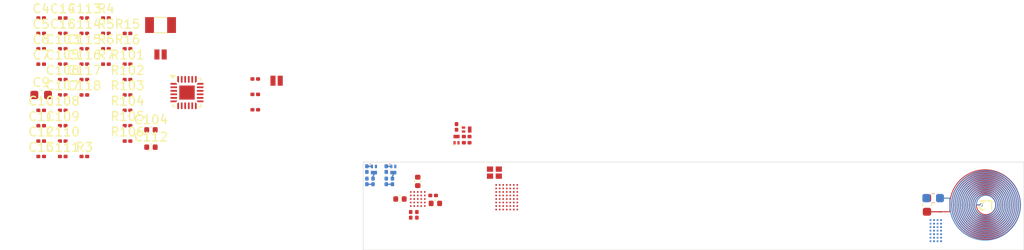
<source format=kicad_pcb>
(kicad_pcb (version 20240108) (generator "pcbnew") (generator_version "8.0")
  (title_block (title "ZSRing v1") (date "2024-10-23") (rev "1") (company "github.com/..."))
  (layers (0 "F.Cu" signal) (31 "B.Cu" signal) (34 "B.Paste" user) (35 "F.Paste" user) (36 "B.SilkS" user "B.Silkscreen") (37 "F.SilkS" user "F.Silkscreen") (38 "B.Mask" user) (39 "F.Mask" user) (44 "Edge.Cuts" user))
  (net 0 "")
  (net 1 "Net-(C1-Pad1)")
  (net 2 "GND")
  (net 3 "Net-(IC1-DEC)")
  (net 4 "+1V8")
  (net 5 "Net-(C13-Pad2)")
  (net 6 "Net-(IC3-COMM1)")
  (net 7 "Net-(IC3-BOOT1)")
  (net 8 "Net-(C8-Pad2)")
  (net 9 "Net-(C10-Pad2)")
  (net 10 "Net-(IC3-BOOT2)")
  (net 11 "Net-(IC3-COMM2)")
  (net 12 "Net-(IC3-CLAMP2)")
  (net 13 "Net-(IC3-CLAMP1)")
  (net 14 "Net-(C14-Pad1)")
  (net 15 "Net-(C15-Pad1)")
  (net 16 "Net-(IC102-DEC1)")
  (net 17 "Net-(IC102-DEC3)")
  (net 18 "Net-(IC102-DEC2)")
  (net 19 "Net-(C108-Pad2)")
  (net 20 "/~{RESET}")
  (net 21 "Net-(IC103-VCore)")
  (net 22 "/V_LED")
  (net 23 "Net-(IC104-VREF)")
  (net 24 "Net-(IC104-VLDO)")
  (net 25 "Net-(IC102-P0.00{slash}XL1)")
  (net 26 "Net-(IC102-P0.01{slash}XL2)")
  (net 27 "Net-(IC102-XC1)")
  (net 28 "Net-(IC102-XC2)")
  (net 29 "Net-(D1-K)")
  (net 30 "Net-(D1-A)")
  (net 31 "Net-(D2-A)")
  (net 32 "Net-(D2-K)")
  (net 34 "Net-(IC1-ICHG)")
  (net 35 "Net-(IC1-NTC)")
  (net 36 "/Error")
  (net 37 "/VBAT")
  (net 38 "Net-(IC1-VOUTB)")
  (net 39 "/Charge")
  (net 46 "/Battery-Enable")
  (net 55 "/LED-Error")
  (net 56 "/Acc-Int")
  (net 61 "/LED-Status")
  (net 67 "/Battery")
  (net 72 "/MFIO")
  (net 73 "/SCL")
  (net 74 "Net-(IC103-SDA-Sensor)")
  (net 75 "/INT_ACC")
  (net 76 "/SDA")
  (net 77 "Net-(IC103-GPIO)")
  (net 78 "Net-(IC103-LDO-EN)")
  (net 79 "Net-(IC103-SCL-Sensor)")
  (net 80 "/INT_HR")
  (net 81 "Net-(IC103-ClockOut)")
  (net 82 "Net-(IC103-ClockIn)")
  (net 83 "Net-(R3-Pad2)")
  (net 84 "Net-(IC3-ILIM)")
  (net 85 "Net-(IC3-FOD)")
  (net 86 "Net-(IC3-TS-CTRL)")
  (net 87 "Net-(Q3-D)")
  (net 88 "Net-(Q4-S)")
  (net 89 "Net-(IC102-ANT)")
  (net 90 "Net-(AE1-A)")
  (net 91 "Net-(IC102-DEC4)")
  (net 92 "Net-(IC102-DCC)")
  (footprint "Capacitor_SMD:C_0201_0603Metric" (layer "F.Cu") (at 60.905 76.615)
    (property "Reference" "C110")
    (property "Value" "1u")
  )
  (footprint "Package_DFN_QFN:QFN-24-1EP_3x3mm_P0.4mm_EP1.75x1.6mm" (layer "F.Cu") (at 75.005 71.095)
    (property "Reference" "IC103" (hide yes))
    (property "Value" "MAX32664" (hide yes))
  )
  (footprint "Capacitor_SMD:C_0201_0603Metric" (layer "F.Cu") (at 60.905 71.365)
    (property "Reference" "C107")
    (property "Value" "100p")
  )
  (footprint "Capacitor_SMD:C_0201_0603Metric" (layer "F.Cu") (at 58.455 64.365)
    (property "Reference" "C5")
    (property "Value" "100n")
  )
  (footprint "Capacitor_SMD:C_0201_0603Metric" (layer "F.Cu") (at 82.755 73.05)
    (property "Reference" "C18" (hide yes))
    (property "Value" "1u" (hide yes))
  )
  (footprint "Resistor_SMD:R_0201_0603Metric" (layer "F.Cu") (at 68.255 73.115)
    (property "Reference" "R104")
    (property "Value" "4k7")
  )
  (footprint "Crystal_Kampi:ECS_ECX-1210" (layer "F.Cu") (at 85.18 69.745)
    (property "Reference" "Y1" (hide yes))
    (property "Value" "32kHz" (hide yes))
  )
  (footprint "Inductor_SMD:L_0201_0603Metric" (layer "F.Cu") (at 102.945 82.8 180)
    (property "Reference" "L1" (hide yes))
    (property "Value" "2u2" (hide yes))
  )
  (footprint "Capacitor_SMD:C_0201_0603Metric" (layer "F.Cu") (at 63.355 64.365)
    (property "Reference" "C114")
    (property "Value" "1u")
  )
  (footprint "Resistor_SMD:R_0201_0603Metric" (layer "F.Cu") (at 68.255 64.365)
    (property "Reference" "R15")
    (property "Value" "1k8")
  )
  (footprint "Capacitor_SMD:C_0201_0603Metric" (layer "F.Cu") (at 60.905 64.365)
    (property "Reference" "C15")
    (property "Value" "~")
  )
  (footprint "Capacitor_SMD:C_0201_0603Metric" (layer "F.Cu") (at 58.455 76.615)
    (property "Reference" "C12")
    (property "Value" "~")
  )
  (footprint "Capacitor_SMD:C_0201_0603Metric" (layer "F.Cu") (at 60.905 62.615)
    (property "Reference" "C14")
    (property "Value" "~")
  )
  (footprint "Capacitor_SMD:C_0402_1005Metric" (layer "F.Cu") (at 101.2 81.2 90)
    (property "Reference" "C2" (hide yes))
    (property "Value" "10u" (hide yes))
  )
  (footprint "Capacitor_SMD:C_0201_0603Metric" (layer "F.Cu") (at 58.455 73.115)
    (property "Reference" "C10")
    (property "Value" "~")
  )
  (footprint "Resistor_SMD:R_0201_0603Metric" (layer "F.Cu") (at 68.255 76.615)
    (property "Reference" "R106")
    (property "Value" "4k7")
  )
  (footprint "Capacitor_SMD:C_0201_0603Metric" (layer "F.Cu") (at 60.905 74.865)
    (property "Reference" "C109")
    (property "Value" "1u")
  )
  (footprint "Capacitor_SMD:C_0201_0603Metric" (layer "F.Cu") (at 63.355 71.365)
    (property "Reference" "C118")
    (property "Value" "12p")
  )
  (footprint "Resistor_SMD:R_0201_0603Metric" (layer "F.Cu") (at 68.255 66.115)
    (property "Reference" "R16")
    (property "Value" "1k8")
  )
  (footprint "Capacitor_SMD:C_0201_0603Metric" (layer "F.Cu") (at 58.455 66.115)
    (property "Reference" "C6")
    (property "Value" "~")
  )
  (footprint "Resistor_SMD:R_0201_0603Metric" (layer "F.Cu") (at 100.4 85 -90)
    (property "Reference" "R2" (hide yes))
    (property "Value" "10k" (hide yes))
  )
  (footprint "Capacitor_SMD:C_0201_0603Metric" (layer "F.Cu") (at 60.905 66.115)
    (property "Reference" "C103")
    (property "Value" "100n")
  )
  (footprint "Resistor_SMD:R_0201_0603Metric" (layer "F.Cu") (at 106.755 76.1)
    (property "Reference" "R13" (hide yes))
    (property "Value" "~" (hide yes))
  )
  (footprint "Resistor_SMD:R_0201_0603Metric" (layer "F.Cu") (at 105.6 75 -90)
    (property "Reference" "R12" (hide yes))
    (property "Value" "10k" (hide yes))
  )
  (footprint "Resistor_SMD:R_0201_0603Metric" (layer "F.Cu") (at 63.355 78.365)
    (property "Reference" "R3")
    (property "Value" "~")
  )
  (footprint "Capacitor_SMD:C_0201_0603Metric" (layer "F.Cu") (at 82.755 71.3)
    (property "Reference" "C17" (hide yes))
    (property "Value" "~" (hide yes))
  )
  (footprint "Capacitor_SMD:C_0402_1005Metric" (layer "F.Cu") (at 70.915 77.305)
    (property "Reference" "C112")
    (property "Value" "10u")
  )
  (footprint "Capacitor_SMD:C_0201_0603Metric" (layer "F.Cu") (at 60.905 67.865)
    (property "Reference" "C105")
    (property "Value" "100n")
  )
  (footprint "Capacitor_SMD:C_0603_1608Metric" (layer "F.Cu") (at 159 83.875 -90)
    (property "Reference" "C19" (hide yes))
    (property "Value" "1u8 / 50V" (hide yes))
  )
  (footprint "Crystal_Kampi:Diodes_US" (layer "F.Cu") (at 109.9 80.2)
    (property "Reference" "Y103" (hide yes))
    (property "Value" "32MHz" (hide yes))
  )
  (footprint "Capacitor_SMD:C_0201_0603Metric" (layer "F.Cu") (at 58.455 67.865)
    (property "Reference" "C7")
    (property "Value" "~")
  )
  (footprint "Resistor_SMD:R_0201_0603Metric" (layer "F.Cu") (at 65.805 62.615)
    (property "Reference" "R4")
    (property "Value" "~")
  )
  (footprint "Crystal:Crystal_SMD_3215-2Pin_3.2x1.5mm" (layer "F.Cu") (at 72.005 63.415)
    (property "Reference" "Y101" (hide yes))
    (property "Value" "32kHz" (hide yes))
  )
  (footprint "Capacitor_SMD:C_0201_0603Metric" (layer "F.Cu") (at 60.905 69.615)
    (property "Reference" "C106")
    (property "Value" "100p")
  )
  (footprint "Resistor_SMD:R_0201_0603Metric" (layer "F.Cu") (at 101.1 85 -90)
    (property "Reference" "R1" (hide yes))
    (property "Value" "4k7" (hide yes))
  )
  (footprint "Capacitor_SMD:C_0201_0603Metric" (layer "F.Cu") (at 63.355 67.865)
    (property "Reference" "C116")
    (property "Value" "12p")
  )
  (footprint "Capacitor_SMD:C_0402_1005Metric" (layer "F.Cu") (at 103.2 83.7 180)
    (property "Reference" "C3" (hide yes))
    (property "Value" "10u" (hide yes))
  )
  (footprint "Package_SOT_SMD:SOT-883" (layer "F.Cu") (at 106.75 75.3)
    (property "Reference" "Q4" (hide yes))
    (property "Value" "PMZ950UPELYL" (hide yes))
  )
  (footprint "Capacitor_SMD:C_0201_0603Metric" (layer "F.Cu") (at 82.755 69.55)
    (property "Reference" "C16" (hide yes))
    (property "Value" "~" (hide yes))
  )
  (footprint "Capacitor_SMD:C_0603_1608Metric" (layer "F.Cu") (at 58.455 71.365)
    (property "Reference" "C9")
    (property "Value" "100p / 50V")
  )
  (footprint "Capacitor_SMD:C_0201_0603Metric" (layer "F.Cu") (at 58.455 78.365)
    (property "Reference" "C13")
    (property "Value" "~")
  )
  (footprint "Crystal_Kampi:ECS_ECX-1210" (layer "F.Cu") (at 72.005 66.765)
    (property "Reference" "Y102" (hide yes))
    (property "Value" "32kHz" (hide yes))
  )
  (footprint "Package_BGA_Kampi:WLCSP-25_2x2mm_P0.4mm" (layer "F.Cu") (at 101.2 83.2)
    (property "Reference" "IC1" (hide yes))
    (property "Value" "nPM1100-CAXX" (hide yes))
  )
  (footprint "Capacitor_SMD:C_0201_0603Metric" (layer "F.Cu") (at 58.455 62.615)
    (property "Reference" "C4")
    (property "Value" "100n")
  )
  (footprint "Resistor_SMD:R_0201_0603Metric" (layer "F.Cu") (at 68.255 69.615)
    (property "Reference" "R102")
    (property "Value" "4k7")
  )
  (footprint "Capacitor_SMD:C_0201_0603Metric" (layer "F.Cu") (at 60.905 73.115)
    (property "Reference" "C108")
    (property "Value" "100n")
  )
  (footprint "Resistor_SMD:R_0201_0603Metric" (layer "F.Cu") (at 65.805 67.865)
    (property "Reference" "R7")
    (property "Value" "~")
  )
  (footprint "Resistor_SMD:R_0201_0603Metric" (layer "F.Cu") (at 106.755 76.8 180)
    (property "Reference" "R14" (hide yes))
    (property "Value" "~" (hide yes))
  )
  (footprint "Capacitor_SMD:C_0201_0603Metric" (layer "F.Cu") (at 63.355 69.615)
    (property "Reference" "C117")
    (property "Value" "12p")
  )
  (footprint "Capacitor_SMD:C_0402_1005Metric" (layer "F.Cu") (at 99.18 83.2 180)
    (property "Reference" "C1" (hide yes))
    (property "Value" "10u" (hide yes))
  )
  (footprint "Capacitor_SMD:C_0201_0603Metric" (layer "F.Cu") (at 60.905 78.365)
    (property "Reference" "C111")
    (property "Value" "1u")
  )
  (footprint "Resistor_SMD:R_0201_0603Metric" (layer "F.Cu") (at 65.805 66.115)
    (property "Reference" "R6")
    (property "Value" "~")
  )
  (footprint "Capacitor_SMD:C_0201_0603Metric" (layer "F.Cu") (at 63.355 62.615)
    (property "Reference" "C113")
    (property "Value" "1u")
  )
  (footprint "Capacitor_SMD:C_0402_1005Metric" (layer "F.Cu") (at 70.915 75.335)
    (property "Reference" "C104")
    (property "Value" "4u7")
  )
  (footprint "Resistor_SMD:R_0201_0603Metric" (layer "F.Cu") (at 68.255 74.865)
    (property "Reference" "R105")
    (property "Value" "4k7")
  )
  (footprint "pcb_coils:COIL" (layer "F.Cu") (at 165.7 83.875 180)
    (property "Reference" "L2")
    (property "Value" "~")
  )
  (footprint "Package_SOT_SMD:SOT-883" (layer "F.Cu") (at 105.6 76.45 90)
    (property "Reference" "Q3" (hide yes))
    (property "Value" "PMZ550UNEYL" (hide yes))
  )
  (footprint "Package_BGA_Kampi:WLCSP-56_3x3.2mm_P0.4mm" (layer "F.Cu") (at 111.3 83)
    (property "Reference" "IC102" (hide yes))
    (property "Value" "nRF52832-CIXX" (hide yes))
  )
  (footprint "Resistor_SMD:R_0201_0603Metric" (layer "F.Cu") (at 68.255 71.365)
    (property "Reference" "R103")
    (property "Value" "4k7")
  )
  (footprint "Resistor_SMD:R_0201_0603Metric" (layer "F.Cu") (at 65.805 64.365)
    (property "Reference" "R5")
    (property "Value" "~")
  )
  (footprint "Capacitor_SMD:C_0201_0603Metric" (layer "F.Cu") (at 58.455 74.865)
    (property "Reference" "C11")
    (property "Value" "~")
  )
  (footprint "Capacitor_SMD:C_0201_0603Metric" (layer "F.Cu") (at 63.355 66.115)
    (property "Reference" "C115")
    (property "Value" "12p")
  )
  (footprint "Resistor_SMD:R_0201_0603Metric" (layer "F.Cu") (at 68.255 67.865)
    (property "Reference" "R101")
    (property "Value" "10R")
  )
  (footprint "Package_BGA:Texas_DSBGA-28_1.9x3.0mm_Layout4x7_P0.4mm" (layer "B.Cu") (at 160 86.8 180)
    (property "Reference" "IC3" (hide yes))
    (property "Value" "BQ51003YFPR" (hide yes))
  )
  (footprint "Capacitor_SMD:C_0603_1608Metric" (layer "B.Cu") (at 159.7 83.1)
    (property "Reference" "C8" (hide yes))
    (property "Value" "220n / 50V" (hide yes))
  )
  (footprint "Resistor_SMD:R_0201_0603Metric" (layer "B.Cu") (at 97.625 81.2 -90)
    (property "Reference" "R8" (hide yes))
    (property "Value" "2k" (hide yes))
  )
  (footprint "Resistor_SMD:R_0201_0603Metric" (layer "B.Cu") (at 95.425 79.8 -90)
    (property "Reference" "R11" (hide yes))
    (property "Value" "10k" (hide yes))
  )
  (footprint "Resistor_SMD:R_0201_0603Metric" (layer "B.Cu") (at 97.625 79.8 -90)
    (property "Reference" "R10" (hide yes))
    (property "Value" "10k" (hide yes))
  )
  (footprint "Package_SOT_SMD:SOT-883" (layer "B.Cu") (at 98.425 79.85 -90)
    (property "Reference" "Q2" (hide yes))
    (property "Value" "PMZ550UNEYL" (hide yes))
  )
  (footprint "LED_SMD:LED_0201_0603Metric" (layer "B.Cu") (at 98.325 81.2 -90)
    (property "Reference" "D1" (hide yes))
    (property "Value" "STATUS" (hide yes))
  )
  (footprint "Resistor_SMD:R_0201_0603Metric" (layer "B.Cu") (at 95.425 81.2 -90)
    (property "Reference" "R9" (hide yes))
    (property "Value" "2k" (hide yes))
  )
  (footprint "Package_SOT_SMD:SOT-883" (layer "B.Cu") (at 96.225 79.85 -90)
    (property "Reference" "Q1" (hide yes))
    (property "Value" "PMZ550UNEYL" (hide yes))
  )
  (footprint "LED_SMD:LED_0201_0603Metric" (layer "B.Cu") (at 96.125 81.2 -90)
    (property "Reference" "D2" (hide yes))
    (property "Value" "ERROR" (hide yes))
  )
  (gr_rect (start 95 79) (end 170 89) (stroke (width 0.05)) (fill none) (layer "Edge.Cuts"))
  (segment (start 159 84.65) (end 160.7 84.65) (width 0.125) (layer "F.Cu") (net 9))
  (segment (start 98.325 80.88) (end 98.325 80.575) (width 0.125) (layer "B.Cu") (net 29))
  (segment (start 98.325 80.575) (end 98.425 80.475) (width 0.125) (layer "B.Cu") (net 29))
  (segment (start 98.425 80.475) (end 98.425 80.2) (width 0.125) (layer "B.Cu") (net 29))
  (segment (start 98.325 81.52) (end 97.625 81.52) (width 0.125) (layer "B.Cu") (net 30))
  (segment (start 96.125 81.52) (end 95.425 81.52) (width 0.125) (layer "B.Cu") (net 31))
  (segment (start 96.125 80.575) (end 96.225 80.475) (width 0.125) (layer "B.Cu") (net 32))
  (segment (start 96.225 80.475) (end 96.225 80.2) (width 0.125) (layer "B.Cu") (net 32))
  (segment (start 96.125 80.88) (end 96.125 80.575) (width 0.125) (layer "B.Cu") (net 32))
  (segment (start 95.68 79.48) (end 95.7 79.5) (width 0.125) (layer "B.Cu") (net 55))
  (segment (start 95.7 79.5) (end 96 79.5) (width 0.125) (layer "B.Cu") (net 55))
  (segment (start 95.425 79.48) (end 95.68 79.48) (width 0.125) (layer "B.Cu") (net 55))
  (segment (start 97.9 79.5) (end 98.2 79.5) (width 0.125) (layer "B.Cu") (net 61))
  (segment (start 97.625 79.48) (end 97.88 79.48) (width 0.125) (layer "B.Cu") (net 61))
  (segment (start 97.88 79.48) (end 97.9 79.5) (width 0.125) (layer "B.Cu") (net 61))
)
</source>
